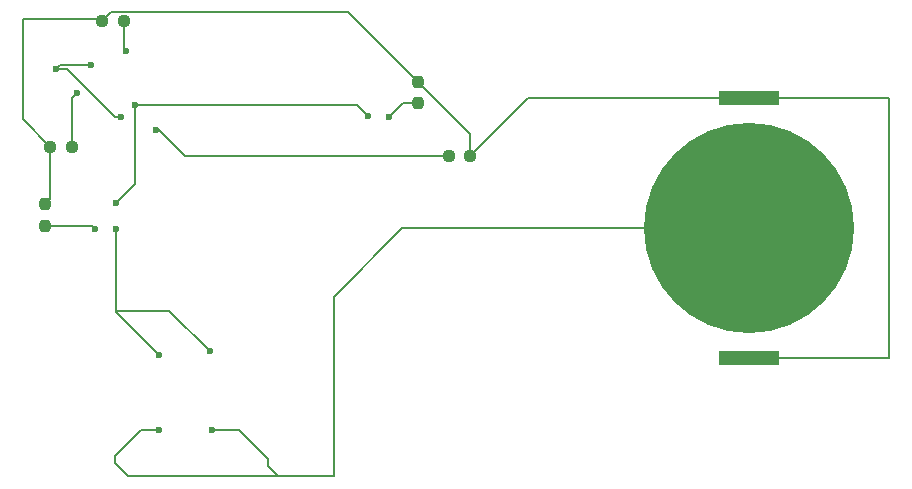
<source format=gbr>
%TF.GenerationSoftware,KiCad,Pcbnew,9.0.2*%
%TF.CreationDate,2025-08-08T14:56:36-04:00*%
%TF.ProjectId,Massachusetts,4d617373-6163-4687-9573-657474732e6b,0*%
%TF.SameCoordinates,Original*%
%TF.FileFunction,Copper,L2,Bot*%
%TF.FilePolarity,Positive*%
%FSLAX46Y46*%
G04 Gerber Fmt 4.6, Leading zero omitted, Abs format (unit mm)*
G04 Created by KiCad (PCBNEW 9.0.2) date 2025-08-08 14:56:36*
%MOMM*%
%LPD*%
G01*
G04 APERTURE LIST*
G04 Aperture macros list*
%AMRoundRect*
0 Rectangle with rounded corners*
0 $1 Rounding radius*
0 $2 $3 $4 $5 $6 $7 $8 $9 X,Y pos of 4 corners*
0 Add a 4 corners polygon primitive as box body*
4,1,4,$2,$3,$4,$5,$6,$7,$8,$9,$2,$3,0*
0 Add four circle primitives for the rounded corners*
1,1,$1+$1,$2,$3*
1,1,$1+$1,$4,$5*
1,1,$1+$1,$6,$7*
1,1,$1+$1,$8,$9*
0 Add four rect primitives between the rounded corners*
20,1,$1+$1,$2,$3,$4,$5,0*
20,1,$1+$1,$4,$5,$6,$7,0*
20,1,$1+$1,$6,$7,$8,$9,0*
20,1,$1+$1,$8,$9,$2,$3,0*%
G04 Aperture macros list end*
%TA.AperFunction,SMDPad,CuDef*%
%ADD10RoundRect,0.237500X-0.237500X0.250000X-0.237500X-0.250000X0.237500X-0.250000X0.237500X0.250000X0*%
%TD*%
%TA.AperFunction,SMDPad,CuDef*%
%ADD11R,5.080000X1.270000*%
%TD*%
%TA.AperFunction,SMDPad,CuDef*%
%ADD12C,17.800000*%
%TD*%
%TA.AperFunction,SMDPad,CuDef*%
%ADD13RoundRect,0.237500X-0.250000X-0.237500X0.250000X-0.237500X0.250000X0.237500X-0.250000X0.237500X0*%
%TD*%
%TA.AperFunction,SMDPad,CuDef*%
%ADD14RoundRect,0.237500X0.250000X0.237500X-0.250000X0.237500X-0.250000X-0.237500X0.250000X-0.237500X0*%
%TD*%
%TA.AperFunction,ViaPad*%
%ADD15C,0.600000*%
%TD*%
%TA.AperFunction,Conductor*%
%ADD16C,0.200000*%
%TD*%
G04 APERTURE END LIST*
D10*
%TO.P,R5,2*%
%TO.N,Net-(D5-A)*%
X130587500Y-116412500D03*
%TO.P,R5,1*%
%TO.N,VCC*%
X130587500Y-114587500D03*
%TD*%
%TO.P,R4,1*%
%TO.N,VCC*%
X162112500Y-104187500D03*
%TO.P,R4,2*%
%TO.N,Net-(D4-A)*%
X162112500Y-106012500D03*
%TD*%
D11*
%TO.P,BT1,1,+*%
%TO.N,VCC*%
X190200000Y-127565000D03*
X190200000Y-105595000D03*
D12*
%TO.P,BT1,2,-*%
%TO.N,GND*%
X190200000Y-116580000D03*
%TD*%
D13*
%TO.P,R2,1*%
%TO.N,VCC*%
X135400000Y-99100000D03*
%TO.P,R2,2*%
%TO.N,Net-(D2-A)*%
X137225000Y-99100000D03*
%TD*%
%TO.P,R1,1*%
%TO.N,VCC*%
X131000000Y-109700000D03*
%TO.P,R1,2*%
%TO.N,Net-(D1-A)*%
X132825000Y-109700000D03*
%TD*%
D14*
%TO.P,R3,1*%
%TO.N,VCC*%
X166575000Y-110500000D03*
%TO.P,R3,2*%
%TO.N,Net-(D3-A)*%
X164750000Y-110500000D03*
%TD*%
D15*
%TO.N,Net-(D1-A)*%
X133274828Y-105125172D03*
%TO.N,Net-(D1-K)*%
X144500000Y-127000000D03*
X134500000Y-102800000D03*
X138200000Y-106200000D03*
X136600000Y-114500000D03*
X157900000Y-107100000D03*
X136600000Y-116700000D03*
X131500000Y-103100000D03*
X140200000Y-127300000D03*
X137000000Y-107200000D03*
%TO.N,Net-(D2-A)*%
X137400000Y-101600000D03*
%TO.N,Net-(D3-A)*%
X140000000Y-108300000D03*
%TO.N,Net-(D4-A)*%
X159700000Y-107200000D03*
%TO.N,Net-(D5-A)*%
X134800000Y-116700000D03*
%TO.N,GND*%
X140200000Y-133700000D03*
X144700000Y-133700000D03*
%TD*%
D16*
%TO.N,GND*%
X150300000Y-137600000D02*
X150900000Y-137600000D01*
X149450000Y-136150000D02*
X149450000Y-136750000D01*
X149450000Y-136750000D02*
X150300000Y-137600000D01*
X147000000Y-133700000D02*
X149450000Y-136150000D01*
X144700000Y-133700000D02*
X147000000Y-133700000D01*
X140200000Y-133700000D02*
X138700000Y-133700000D01*
X138700000Y-133700000D02*
X136500000Y-135900000D01*
X136500000Y-136500000D02*
X137600000Y-137600000D01*
X137600000Y-137600000D02*
X150900000Y-137600000D01*
X136500000Y-135900000D02*
X136500000Y-136500000D01*
%TO.N,Net-(D1-K)*%
X136600000Y-123700000D02*
X140200000Y-127300000D01*
X136600000Y-123600000D02*
X136600000Y-123700000D01*
X141100000Y-123600000D02*
X136600000Y-123600000D01*
X144500000Y-127000000D02*
X141100000Y-123600000D01*
%TO.N,Net-(D1-A)*%
X133274828Y-105125172D02*
X132825000Y-105575000D01*
X132825000Y-105575000D02*
X132825000Y-109700000D01*
%TO.N,Net-(D1-K)*%
X138200000Y-112900000D02*
X138200000Y-106200000D01*
X136600000Y-114500000D02*
X138200000Y-112900000D01*
X137000000Y-107200000D02*
X136500000Y-107200000D01*
X157000000Y-106200000D02*
X157900000Y-107100000D01*
X136600000Y-116700000D02*
X136600000Y-123600000D01*
X136500000Y-107200000D02*
X132400000Y-103100000D01*
X134500000Y-102800000D02*
X131800000Y-102800000D01*
X132400000Y-103100000D02*
X131500000Y-103100000D01*
X131800000Y-102800000D02*
X131500000Y-103100000D01*
X138200000Y-106200000D02*
X157000000Y-106200000D01*
%TO.N,Net-(D2-A)*%
X137225000Y-101425000D02*
X137225000Y-99100000D01*
X137400000Y-101600000D02*
X137225000Y-101425000D01*
%TO.N,Net-(D3-A)*%
X142400000Y-110500000D02*
X164750000Y-110500000D01*
X140200000Y-108300000D02*
X142400000Y-110500000D01*
X140000000Y-108300000D02*
X140200000Y-108300000D01*
%TO.N,Net-(D4-A)*%
X159700000Y-107200000D02*
X160887500Y-106012500D01*
X160887500Y-106012500D02*
X162112500Y-106012500D01*
%TO.N,Net-(D5-A)*%
X134512500Y-116412500D02*
X130587500Y-116412500D01*
X134800000Y-116700000D02*
X134512500Y-116412500D01*
%TO.N,VCC*%
X131000000Y-114175000D02*
X130587500Y-114587500D01*
X156249000Y-98324000D02*
X136176000Y-98324000D01*
X135200000Y-98900000D02*
X128700000Y-98900000D01*
X202065000Y-127565000D02*
X190200000Y-127565000D01*
X131000000Y-109700000D02*
X131000000Y-114175000D01*
X136176000Y-98324000D02*
X135400000Y-99100000D01*
X128700000Y-107400000D02*
X131000000Y-109700000D01*
X135400000Y-99100000D02*
X135200000Y-98900000D01*
X201995000Y-105595000D02*
X202000000Y-105600000D01*
X162112500Y-104187500D02*
X156249000Y-98324000D01*
X202000000Y-127500000D02*
X202065000Y-127565000D01*
X190200000Y-105595000D02*
X201995000Y-105595000D01*
X128700000Y-98900000D02*
X128700000Y-107400000D01*
X166575000Y-110500000D02*
X166575000Y-108650000D01*
X190200000Y-105595000D02*
X171480000Y-105595000D01*
X202000000Y-105600000D02*
X202000000Y-127500000D01*
X166575000Y-108650000D02*
X162112500Y-104187500D01*
X171480000Y-105595000D02*
X166575000Y-110500000D01*
%TO.N,GND*%
X155000000Y-122400000D02*
X155000000Y-137600000D01*
X155000000Y-137600000D02*
X150900000Y-137600000D01*
X160820000Y-116580000D02*
X190200000Y-116580000D01*
X160820000Y-116580000D02*
X155000000Y-122400000D01*
%TD*%
M02*

</source>
